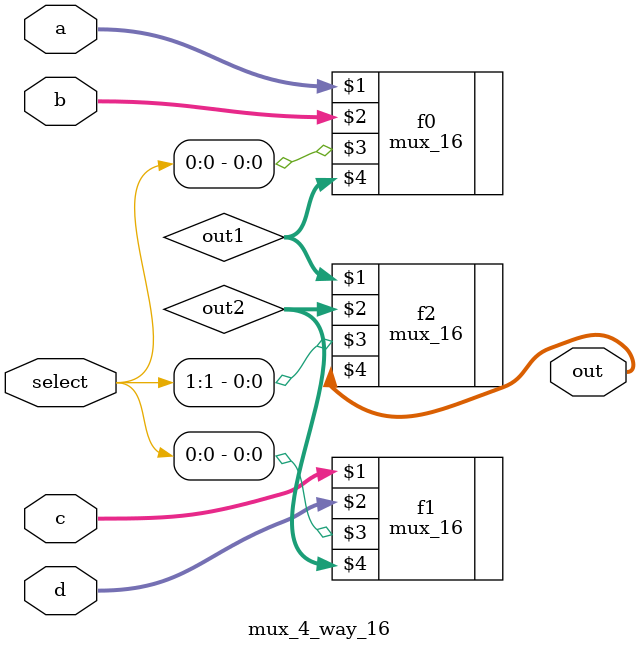
<source format=sv>
`ifndef mux_16
  `include "mux_16.sv"
`endif
`define mux_4_way_16 1

module mux_4_way_16(
    input  [15:0] a,
    input  [15:0] b,
    input  [15:0] c,
    input  [15:0] d,
    input  [1:0]  select,
    output [15:0] out
);
  wire [15:0] out1, out2;
  mux_16 f0 (a, b, select[0], out1);
  mux_16 f1 (c, d, select[0], out2);
  mux_16 f2 (out1, out2, select[1], out);
endmodule

</source>
